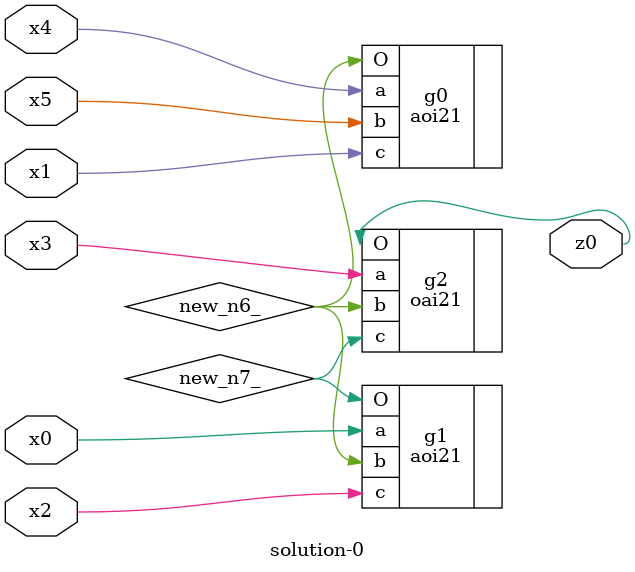
<source format=v>
module \solution-0 (
  x0, x1, x2, x3, x4, x5,
  z0 );
  input x0, x1, x2, x3, x4, x5;
  output z0;
  wire new_n6_, new_n7_;
  aoi21  g0(.a(x4), .b(x5), .c(x1), .O(new_n6_));
  aoi21  g1(.a(x0), .b(new_n6_), .c(x2), .O(new_n7_));
  oai21  g2(.a(x3), .b(new_n6_), .c(new_n7_), .O(z0));
endmodule

</source>
